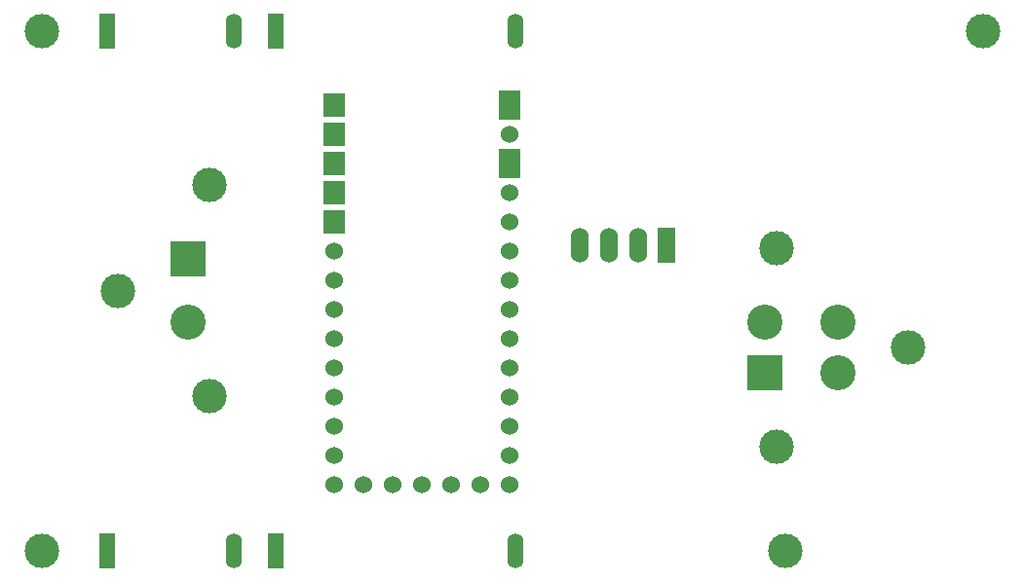
<source format=gbr>
%TF.GenerationSoftware,Altium Limited,Altium Designer,25.1.2 (22)*%
G04 Layer_Physical_Order=1*
G04 Layer_Color=255*
%FSLAX45Y45*%
%MOMM*%
%TF.SameCoordinates,4AB4E51C-7D8D-4115-BE14-3C7980B33CB2*%
%TF.FilePolarity,Positive*%
%TF.FileFunction,Copper,L1,Top,Signal*%
%TF.Part,Single*%
G01*
G75*
%TA.AperFunction,ComponentPad*%
%ADD10C,1.52400*%
%ADD11R,1.89230X2.07010*%
%ADD12R,1.89230X2.60350*%
%ADD13O,1.52400X3.04800*%
%ADD14R,1.52400X3.04800*%
%ADD15R,1.39700X3.04800*%
%ADD16O,1.39700X3.04800*%
%ADD17C,2.99000*%
%ADD18R,3.04800X3.04800*%
%ADD19C,3.04800*%
%TA.AperFunction,ViaPad*%
%ADD20C,3.00000*%
D10*
X3175000Y1206500D02*
D03*
Y1460500D02*
D03*
Y1714500D02*
D03*
Y1968500D02*
D03*
Y2222500D02*
D03*
Y2476500D02*
D03*
Y2730500D02*
D03*
Y2984500D02*
D03*
Y3238500D02*
D03*
X4699000Y1206500D02*
D03*
Y1460500D02*
D03*
Y1714500D02*
D03*
Y1968500D02*
D03*
Y2222500D02*
D03*
Y2476500D02*
D03*
Y2730500D02*
D03*
Y2984500D02*
D03*
Y3238500D02*
D03*
Y3492500D02*
D03*
Y3746500D02*
D03*
Y4254500D02*
D03*
X3429000Y1206500D02*
D03*
X3683000D02*
D03*
X3937000D02*
D03*
X4191000D02*
D03*
X4445000D02*
D03*
D11*
X3175000Y3492500D02*
D03*
Y3746500D02*
D03*
Y4000500D02*
D03*
Y4254500D02*
D03*
Y4508500D02*
D03*
D12*
X4699000Y4000500D02*
D03*
Y4508500D02*
D03*
D13*
X5314600Y3289300D02*
D03*
X5564600D02*
D03*
X5814600D02*
D03*
D14*
X6064600D02*
D03*
D15*
X2667000Y635000D02*
D03*
X1206500D02*
D03*
X2667000Y5156200D02*
D03*
X1206500D02*
D03*
D16*
X4750000Y635000D02*
D03*
X2306500D02*
D03*
X4750000Y5156200D02*
D03*
X2306500D02*
D03*
D17*
X1295500Y2896700D02*
D03*
X2095500Y3812200D02*
D03*
Y1981200D02*
D03*
X7023100Y3266700D02*
D03*
Y1536700D02*
D03*
X8166100Y2401700D02*
D03*
D18*
X1905500Y3169700D02*
D03*
X6921100Y2179200D02*
D03*
D19*
X1905500Y2623700D02*
D03*
X6921100Y2624200D02*
D03*
X7556100D02*
D03*
Y2179200D02*
D03*
D20*
X635000Y635000D02*
D03*
Y5156200D02*
D03*
X8813800D02*
D03*
X7099300Y635000D02*
D03*
%TF.MD5,610d8aa6c890caa4f65044ec64745f51*%
M02*

</source>
